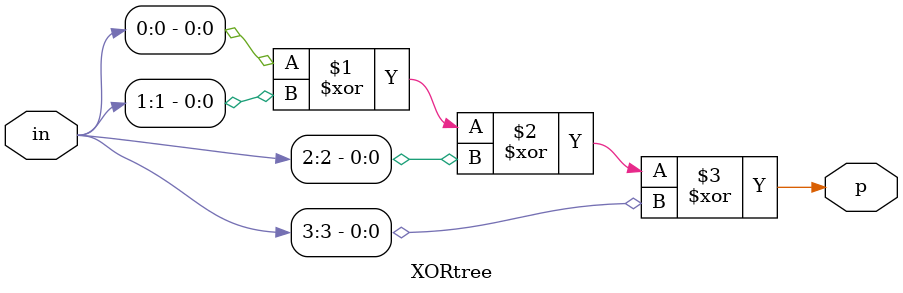
<source format=v>
module XORtree(
    input[3:0] in,
    output p
);
    assign p = in[0] ^ in[1] ^ in[2] ^ in[3];
endmodule
</source>
